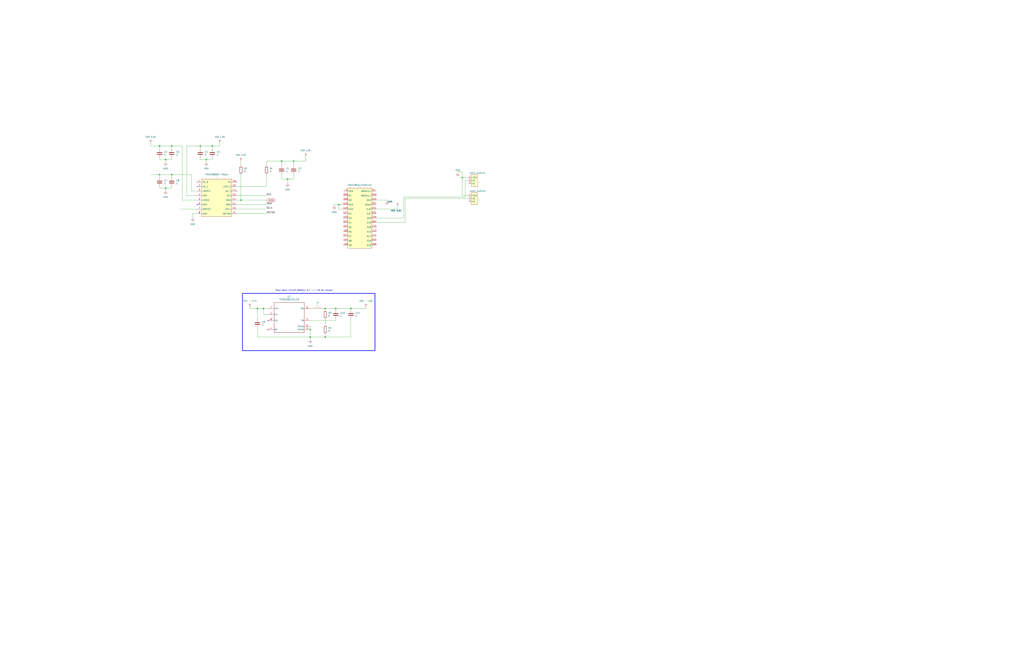
<source format=kicad_sch>
(kicad_sch (version 20231120) (generator "eeschema") (generator_version "8.0")
  (paper "D")
  (lib_symbols
    (symbol "Device:C" (pin_numbers hide) (pin_names (offset 0.254))
      (property "Reference" "C" (at 0.635 2.54 0))
      (property "Value" "C" (at 0.635 -2.54 0))
      (symbol "C_0_1"
        (polyline (pts (xy -2.032 -0.762) (xy 2.032 -0.762)) (stroke (width 0.508)))
        (polyline (pts (xy -2.032 0.762) (xy 2.032 0.762)) (stroke (width 0.508)))
      )
      (symbol "C_1_1"
        (pin passive line (at 0 3.81 270) (length 2.794) (name "~") (number "1"))
        (pin passive line (at 0 -3.81 90) (length 2.794) (name "~") (number "2"))
      )
    )
    (symbol "Device:L" (pin_numbers hide) (pin_names (offset 1.016) hide)
      (property "Reference" "L" (at -1.27 0 90))
      (property "Value" "L" (at 1.905 0 90))
      (symbol "L_0_1"
        (arc (start 0 -2.54) (mid 0.6323 -1.905) (end 0 -1.27))
        (arc (start 0 -1.27) (mid 0.6323 -0.635) (end 0 0))
        (arc (start 0 0) (mid 0.6323 0.635) (end 0 1.27))
        (arc (start 0 1.27) (mid 0.6323 1.905) (end 0 2.54))
      )
      (symbol "L_1_1"
        (pin passive line (at 0 3.81 270) (length 1.27) (name "1") (number "1"))
        (pin passive line (at 0 -3.81 90) (length 1.27) (name "2") (number "2"))
      )
    )
    (symbol "Device:R" (pin_numbers hide) (pin_names (offset 0))
      (property "Reference" "R" (at 2.032 0 90))
      (property "Value" "R" (at 0 0 90))
      (symbol "R_0_1"
        (rectangle (start -1.016 -2.54) (end 1.016 2.54) (stroke (width 0.254)))
      )
      (symbol "R_1_1"
        (pin passive line (at 0 3.81 270) (length 1.27) (name "~") (number "1"))
        (pin passive line (at 0 -3.81 90) (length 1.27) (name "~") (number "2"))
      )
    )
    (symbol "Kailh_Switch:Kailh_Switch"
      (property "Reference" "Kailh_Switch" (at 0 7.112 0))
      (symbol "Kailh_Switch_1_1"
        (rectangle (start -2.54 5.08) (end 2.54 -5.08) (fill (type background)))
        (pin input line (at -5.08 2.54 0) (length 2.54) (name "COM") (number "1"))
        (pin input line (at -5.08 0 0) (length 2.54) (name "NO") (number "2"))
        (pin input line (at -5.08 -2.54 0) (length 2.54) (name "NC") (number "3"))
      )
    )
    (symbol "TPS62821DLCR:TPS62821DLCR" (pin_names (offset 0.254))
      (property "Reference" "U" (at 0 2.54 0))
      (property "Value" "TPS62821DLCR" (at 0 0 0))
      (symbol "TPS62821DLCR_0_1"
        (polyline (pts (xy -12.7 -12.7) (xy 12.7 -12.7)) (stroke (width 0.2032)))
        (polyline (pts (xy -12.7 12.7) (xy -12.7 -12.7)) (stroke (width 0.2032)))
        (polyline (pts (xy 12.7 -12.7) (xy 12.7 12.7)) (stroke (width 0.2032)))
        (polyline (pts (xy 12.7 12.7) (xy -12.7 12.7)) (stroke (width 0.2032)))
        (pin input line (at -17.78 2.54 0) (length 5.08) (name "EN") (number "1"))
        (pin input line (at 17.78 -2.54 180) (length 5.08) (name "FB") (number "2"))
        (pin power_in line (at 17.78 -10.16 180) (length 5.08) (name "AGND") (number "3"))
        (pin unspecified line (at -17.78 -10.16 0) (length 5.08) (name "NC") (number "4"))
        (pin power_in line (at 17.78 -7.62 180) (length 5.08) (name "PGND") (number "5"))
        (pin power_in line (at 17.78 7.62 180) (length 5.08) (name "SW") (number "6"))
        (pin power_in line (at -17.78 7.62 0) (length 5.08) (name "VIN") (number "7"))
        (pin output line (at -17.78 -2.54 0) (length 5.08) (name "PG") (number "8"))
      )
    )
    (symbol "nrf52840_promicro:NRF52840_ProMicro"
      (property "Reference" "NRF52840_ProMicro" (at 0 26.924 0))
      (symbol "NRF52840_ProMicro_0_1"
        (rectangle (start -10.16 25.4) (end 10.16 -25.4) (fill (type background)))
      )
      (symbol "NRF52840_ProMicro_1_0"
        (pin input line (at 13.97 -3.81 180) (length 3.81) (name "D19") (number "002"))
        (pin input line (at -13.97 19.05 0) (length 3.81) (name "D1") (number "006"))
        (pin input line (at -13.97 15.24 0) (length 3.81) (name "D0") (number "008"))
        (pin input line (at 13.97 -22.86 180) (length 3.81) (name "D10") (number "009"))
        (pin input line (at 13.97 -19.05 180) (length 3.81) (name "D16") (number "010"))
        (pin input line (at -13.97 -15.24 0) (length 3.81) (name "D7") (number "011"))
        (pin input line (at -13.97 3.81 0) (length 3.81) (name "D2") (number "017"))
        (pin input line (at -13.97 0 0) (length 3.81) (name "D3") (number "020"))
        (pin input line (at -13.97 -3.81 0) (length 3.81) (name "D4") (number "022"))
        (pin input line (at -13.97 -7.62 0) (length 3.81) (name "D5") (number "024"))
        (pin input line (at 13.97 0 180) (length 3.81) (name "D20") (number "029"))
        (pin input line (at 13.97 3.81 180) (length 3.81) (name "D21") (number "031"))
        (pin input line (at -13.97 -11.43 0) (length 3.81) (name "D6") (number "100"))
        (pin input line (at -13.97 -19.05 0) (length 3.81) (name "D8") (number "104"))
        (pin input line (at -13.97 -22.86 0) (length 3.81) (name "D9") (number "106"))
        (pin input line (at 13.97 -15.24 180) (length 3.81) (name "D14") (number "111"))
        (pin input line (at 13.97 -11.43 180) (length 3.81) (name "D15") (number "113"))
        (pin input line (at 13.97 -7.62 180) (length 3.81) (name "D18") (number "115"))
        (pin power_in line (at -13.97 7.62 0) (length 3.81) (name "GND") (number "GND"))
        (pin power_in line (at -13.97 11.43 0) (length 3.81) (name "GND") (number "GND"))
        (pin power_in line (at 13.97 15.24 180) (length 3.81) (name "GND") (number "GND"))
        (pin power_in line (at 13.97 19.05 180) (length 3.81) (name "Battery+") (number "RAW"))
        (pin input line (at 13.97 11.43 180) (length 3.81) (name "Reset") (number "RST"))
        (pin power_in line (at 13.97 7.62 180) (length 3.81) (name "3.3V") (number "VCC"))
      )
      (symbol "NRF52840_ProMicro_1_1"
        (pin power_in line (at -13.97 22.86 0) (length 3.81) (name "GND") (number "-B"))
        (pin power_in line (at 13.97 22.86 180) (length 3.81) (name "Battery+") (number "B+"))
      )
    )
    (symbol "pmw3389dm-t3qu:PMW3389DM-T3QU"
      (property "Reference" "PMW3389DM-T3QU" (at 0 -19.304 0))
      (symbol "PMW3389DM-T3QU_0_1"
        (rectangle (start -12.7 15.24) (end 12.7 -16.51) (fill (type background)))
      )
      (symbol "PMW3389DM-T3QU_1_1"
        (pin no_connect line (at -16.51 12.7 0) (length 3.81) (name "NC_0") (number "1"))
        (pin input line (at 16.51 -10.16 180) (length 3.81) (name "SCLK") (number "10"))
        (pin input line (at 16.51 -6.35 180) (length 3.81) (name "MOSI") (number "11"))
        (pin output line (at 16.51 -2.54 180) (length 3.81) (name "MISO") (number "12"))
        (pin input line (at 16.51 1.27 180) (length 3.81) (name "NCS") (number "13"))
        (pin no_connect line (at 16.51 5.08 180) (length 3.81) (name "NC_3") (number "14"))
        (pin input line (at 16.51 8.89 180) (length 3.81) (name "LED1_P") (number "15"))
        (pin no_connect line (at 16.51 12.7 180) (length 3.81) (name "NC") (number "16"))
        (pin no_connect line (at -16.51 8.89 0) (length 3.81) (name "NC_1") (number "2"))
        (pin power_in line (at -16.51 5.08 0) (length 3.81) (name "VDDPIX") (number "3"))
        (pin power_in line (at -16.51 1.27 0) (length 3.81) (name "VDD") (number "4"))
        (pin power_in line (at -16.51 -2.54 0) (length 3.81) (name "VDDIO") (number "5"))
        (pin output line (at -16.51 -6.35 0) (length 3.81) (name "GPO") (number "6"))
        (pin input line (at -16.51 -10.16 0) (length 3.81) (name "NRESET") (number "7"))
        (pin power_out line (at -16.51 -13.97 0) (length 3.81) (name "GND") (number "8"))
        (pin output line (at 16.51 -13.97 180) (length 3.81) (name "MOTION") (number "9"))
      )
    )
    (symbol "power:GND" (power) (pin_numbers hide) (pin_names (offset 0) hide)
      (property "Value" "GND" (at 0 -3.81 0))
      (symbol "GND_0_1"
        (polyline (pts (xy 0 0) (xy 0 -1.27) (xy 1.27 -1.27) (xy 0 -2.54) (xy -1.27 -1.27) (xy 0 -1.27)))
      )
      (symbol "GND_1_1"
        (pin power_in line (at 0 0 270) (length 0) (name "~") (number "1"))
      )
    )
    (symbol "power:VCC" (power) (pin_numbers hide) (pin_names (offset 0) hide)
      (property "Value" "VCC" (at 0 3.556 0))
      (symbol "VCC_0_1"
        (polyline (pts (xy -0.762 1.27) (xy 0 2.54)))
        (polyline (pts (xy 0 0) (xy 0 2.54)))
        (polyline (pts (xy 0 2.54) (xy 0.762 1.27)))
      )
      (symbol "VCC_1_1"
        (pin power_in line (at 0 0 90) (length 0) (name "~") (number "1"))
      )
    )
    (symbol "power:VDD" (power) (pin_numbers hide) (pin_names (offset 0) hide)
      (property "Value" "VDD" (at 0 3.556 0))
      (symbol "VDD_0_1"
        (polyline (pts (xy -0.762 1.27) (xy 0 2.54)))
        (polyline (pts (xy 0 0) (xy 0 2.54)))
        (polyline (pts (xy 0 2.54) (xy 0.762 1.27)))
      )
      (symbol "VDD_1_1"
        (pin power_in line (at 0 0 90) (length 0) (name "~") (number "1"))
      )
    )
  )
  (junction (at 261.62 284.48))
  (junction (at 274.32 284.48))
  (junction (at 242.57 151.13))
  (junction (at 134.62 147.32))
  (junction (at 144.78 147.32))
  (junction (at 261.62 278.13))
  (junction (at 168.91 123.19))
  (junction (at 295.91 260.35))
  (junction (at 134.62 123.19))
  (junction (at 237.49 135.89))
  (junction (at 173.99 134.62))
  (junction (at 139.7 134.62))
  (junction (at 217.17 260.35))
  (junction (at 283.21 260.35))
  (junction (at 285.75 172.72))
  (junction (at 247.65 135.89))
  (junction (at 274.32 260.35))
  (junction (at 179.07 123.19))
  (junction (at 222.25 260.35))
  (junction (at 139.7 158.75))
  (junction (at 203.2 168.91))
  (junction (at 389.89 149.86))
  (junction (at 144.78 123.19))
  (no_connect (at 226.06 278.13))
  (no_connect (at 226.06 270.51))
  (no_connect (at 166.37 172.72))
  (wire (pts (xy 335.28 173.99) (xy 335.28 176.53)))
  (wire (pts (xy 247.65 147.32) (xy 247.65 151.13)))
  (wire (pts (xy 203.2 135.89) (xy 203.2 139.7)))
  (wire (pts (xy 134.62 133.35) (xy 134.62 134.62)))
  (wire (pts (xy 179.07 123.19) (xy 185.42 123.19)))
  (wire (pts (xy 144.78 123.19) (xy 153.67 123.19)))
  (wire (pts (xy 308.61 260.35) (xy 295.91 260.35)))
  (wire (pts (xy 237.49 151.13) (xy 242.57 151.13)))
  (wire (pts (xy 274.32 281.94) (xy 274.32 284.48)))
  (wire (pts (xy 274.32 260.35) (xy 274.32 261.62)))
  (wire (pts (xy 341.63 167.64) (xy 341.63 187.96)))
  (wire (pts (xy 289.56 172.72) (xy 285.75 172.72)))
  (wire (pts (xy 237.49 135.89) (xy 237.49 139.7)))
  (wire (pts (xy 203.2 168.91) (xy 224.79 168.91)))
  (wire (pts (xy 199.39 157.48) (xy 224.79 157.48)))
  (wire (pts (xy 217.17 260.35) (xy 210.82 260.35)))
  (wire (pts (xy 242.57 151.13) (xy 247.65 151.13)))
  (wire (pts (xy 217.17 276.86) (xy 217.17 284.48)))
  (wire (pts (xy 127 120.65) (xy 127 123.19)))
  (wire (pts (xy 166.37 165.1) (xy 157.48 165.1)))
  (wire (pts (xy 199.39 168.91) (xy 203.2 168.91)))
  (wire (pts (xy 162.56 180.34) (xy 162.56 184.15)))
  (wire (pts (xy 283.21 260.35) (xy 283.21 261.62)))
  (wire (pts (xy 247.65 135.89) (xy 257.81 135.89)))
  (wire (pts (xy 224.79 139.7) (xy 224.79 135.89)))
  (wire (pts (xy 274.32 269.24) (xy 274.32 274.32)))
  (wire (pts (xy 173.99 134.62) (xy 173.99 137.16)))
  (wire (pts (xy 295.91 284.48) (xy 274.32 284.48)))
  (wire (pts (xy 222.25 265.43) (xy 226.06 265.43)))
  (wire (pts (xy 237.49 135.89) (xy 247.65 135.89)))
  (wire (pts (xy 386.08 144.78) (xy 389.89 144.78)))
  (wire (pts (xy 144.78 147.32) (xy 144.78 149.86)))
  (wire (pts (xy 394.97 167.64) (xy 341.63 167.64)))
  (wire (pts (xy 144.78 123.19) (xy 144.78 125.73)))
  (wire (pts (xy 134.62 147.32) (xy 144.78 147.32)))
  (wire (pts (xy 237.49 147.32) (xy 237.49 151.13)))
  (wire (pts (xy 261.62 270.51) (xy 283.21 270.51)))
  (wire (pts (xy 341.63 187.96) (xy 317.5 187.96)))
  (wire (pts (xy 285.75 172.72) (xy 285.75 176.53)))
  (wire (pts (xy 173.99 134.62) (xy 179.07 134.62)))
  (wire (pts (xy 139.7 158.75) (xy 144.78 158.75)))
  (wire (pts (xy 168.91 133.35) (xy 168.91 134.62)))
  (wire (pts (xy 179.07 123.19) (xy 179.07 125.73)))
  (wire (pts (xy 389.89 165.1) (xy 394.97 165.1)))
  (wire (pts (xy 127 147.32) (xy 134.62 147.32)))
  (wire (pts (xy 217.17 284.48) (xy 261.62 284.48)))
  (wire (pts (xy 224.79 135.89) (xy 237.49 135.89)))
  (wire (pts (xy 210.82 259.08) (xy 210.82 260.35)))
  (wire (pts (xy 157.48 123.19) (xy 157.48 165.1)))
  (wire (pts (xy 185.42 120.65) (xy 185.42 123.19)))
  (wire (pts (xy 261.62 278.13) (xy 261.62 284.48)))
  (wire (pts (xy 168.91 123.19) (xy 168.91 125.73)))
  (wire (pts (xy 203.2 147.32) (xy 203.2 168.91)))
  (wire (pts (xy 226.06 260.35) (xy 222.25 260.35)))
  (wire (pts (xy 144.78 134.62) (xy 144.78 133.35)))
  (wire (pts (xy 295.91 269.24) (xy 295.91 284.48)))
  (wire (pts (xy 153.67 123.19) (xy 153.67 168.91)))
  (wire (pts (xy 271.78 260.35) (xy 274.32 260.35)))
  (wire (pts (xy 392.43 166.37) (xy 392.43 152.4)))
  (wire (pts (xy 261.62 260.35) (xy 264.16 260.35)))
  (wire (pts (xy 199.39 180.34) (xy 224.79 180.34)))
  (wire (pts (xy 134.62 157.48) (xy 134.62 158.75)))
  (wire (pts (xy 283.21 269.24) (xy 283.21 270.51)))
  (wire (pts (xy 389.89 149.86) (xy 389.89 165.1)))
  (wire (pts (xy 389.89 149.86) (xy 394.97 149.86)))
  (wire (pts (xy 340.36 184.15) (xy 317.5 184.15)))
  (wire (pts (xy 139.7 134.62) (xy 139.7 137.16)))
  (wire (pts (xy 285.75 176.53) (xy 289.56 176.53)))
  (wire (pts (xy 283.21 260.35) (xy 295.91 260.35)))
  (wire (pts (xy 161.29 161.29) (xy 166.37 161.29)))
  (wire (pts (xy 257.81 132.08) (xy 257.81 135.89)))
  (wire (pts (xy 168.91 123.19) (xy 179.07 123.19)))
  (wire (pts (xy 134.62 158.75) (xy 139.7 158.75)))
  (wire (pts (xy 274.32 284.48) (xy 261.62 284.48)))
  (wire (pts (xy 247.65 135.89) (xy 247.65 139.7)))
  (wire (pts (xy 261.62 275.59) (xy 261.62 278.13)))
  (wire (pts (xy 261.62 284.48) (xy 261.62 287.02)))
  (wire (pts (xy 222.25 260.35) (xy 217.17 260.35)))
  (wire (pts (xy 139.7 158.75) (xy 139.7 161.29)))
  (wire (pts (xy 144.78 158.75) (xy 144.78 157.48)))
  (wire (pts (xy 199.39 176.53) (xy 224.79 176.53)))
  (wire (pts (xy 134.62 123.19) (xy 144.78 123.19)))
  (wire (pts (xy 224.79 147.32) (xy 224.79 157.48)))
  (wire (pts (xy 199.39 165.1) (xy 224.79 165.1)))
  (wire (pts (xy 199.39 172.72) (xy 224.79 172.72)))
  (wire (pts (xy 134.62 134.62) (xy 139.7 134.62)))
  (wire (pts (xy 295.91 260.35) (xy 295.91 261.62)))
  (wire (pts (xy 127 123.19) (xy 134.62 123.19)))
  (wire (pts (xy 179.07 134.62) (xy 179.07 133.35)))
  (wire (pts (xy 139.7 134.62) (xy 144.78 134.62)))
  (wire (pts (xy 152.4 176.53) (xy 166.37 176.53)))
  (wire (pts (xy 157.48 123.19) (xy 168.91 123.19)))
  (wire (pts (xy 134.62 147.32) (xy 134.62 149.86)))
  (wire (pts (xy 242.57 151.13) (xy 242.57 154.94)))
  (wire (pts (xy 317.5 176.53) (xy 335.28 176.53)))
  (wire (pts (xy 281.94 172.72) (xy 281.94 173.99)))
  (wire (pts (xy 389.89 144.78) (xy 389.89 149.86)))
  (wire (pts (xy 340.36 166.37) (xy 340.36 184.15)))
  (wire (pts (xy 222.25 260.35) (xy 222.25 265.43)))
  (wire (pts (xy 153.67 168.91) (xy 166.37 168.91)))
  (wire (pts (xy 326.39 168.91) (xy 326.39 170.18)))
  (wire (pts (xy 134.62 123.19) (xy 134.62 125.73)))
  (wire (pts (xy 308.61 259.08) (xy 308.61 260.35)))
  (wire (pts (xy 392.43 152.4) (xy 394.97 152.4)))
  (wire (pts (xy 386.08 144.78) (xy 386.08 146.05)))
  (wire (pts (xy 285.75 172.72) (xy 281.94 172.72)))
  (wire (pts (xy 166.37 180.34) (xy 162.56 180.34)))
  (wire (pts (xy 317.5 168.91) (xy 326.39 168.91)))
  (wire (pts (xy 392.43 166.37) (xy 340.36 166.37)))
  (wire (pts (xy 168.91 134.62) (xy 173.99 134.62)))
  (wire (pts (xy 161.29 147.32) (xy 161.29 161.29)))
  (wire (pts (xy 274.32 260.35) (xy 283.21 260.35)))
  (wire (pts (xy 217.17 260.35) (xy 217.17 269.24)))
  (wire (pts (xy 144.78 147.32) (xy 161.29 147.32)))
  (rectangle (start 204.47 247.65) (end 316.23 295.91) (stroke (width 0.508) (color 0 0 255 1)))
  (text "Step down circuit: Battery 3.7 -> 1.9 for sensor" (at 256.54 245.11 0) (effects (font (size 1.27 1.27))))
  (label "MOTION" (at 224.79 180.34 0))
  (label "SCLK" (at 224.79 176.53 0))
  (label "MOSI" (at 224.79 172.72 0))
  (label "NCS" (at 224.79 165.1 0))
  (global_label "MISO" (shape input) (at 224.79 168.91 0) (property "Intersheetrefs" "${INTERSHEET_REFS}" (effects (hide yes))))
  (symbol (lib_id "power:VDD") (at 257.81 132.08 0) (unit 1)
    (property "Reference" "#PWR03" (effects (hide yes)))
    (property "Value" "VDD 1.9V" (at 257.81 127 0))
    (property "Description" "Power symbol creates a global label with name \"VDD\"" (effects (hide yes)))
  )
  (symbol (lib_id "power:VDD") (at 185.42 120.65 0) (unit 1)
    (property "Reference" "#PWR05" (effects (hide yes)))
    (property "Value" "VDD 1.9V" (at 185.42 115.57 0))
    (property "Description" "Power symbol creates a global label with name \"VDD\"" (effects (hide yes)))
  )
  (symbol (lib_id "power:GND") (at 281.94 173.99 0) (unit 1)
    (property "Reference" "#PWR010" (effects (hide yes)))
    (property "Value" "GND" (at 281.94 179.07 0))
    (property "Description" "Power symbol creates a global label with name \"GND\" , ground" (effects (hide yes)))
  )
  (symbol (lib_id "Device:C") (at 283.21 265.43 0) (unit 1)
    (property "Reference" "C10" (at 287.02 264.1599 0) (effects (justify left)))
    (property "Value" "C" (at 287.02 266.6999 0) (effects (justify left)))
    (property "Description" "Unpolarized capacitor" (effects (hide yes)))
  )
  (symbol (lib_id "power:VDD") (at 203.2 135.89 0) (unit 1)
    (property "Reference" "#PWR04" (effects (hide yes)))
    (property "Value" "VDD 3.3V" (at 203.2 130.81 0))
    (property "Description" "Power symbol creates a global label with name \"VDD\"" (effects (hide yes)))
  )
  (symbol (lib_id "Device:C") (at 247.65 143.51 0) (unit 1)
    (property "Reference" "C2" (at 251.46 142.2399 0) (effects (justify left)))
    (property "Value" "C" (at 251.46 144.7799 0) (effects (justify left)))
    (property "Description" "Unpolarized capacitor" (effects (hide yes)))
  )
  (symbol (lib_id "nrf52840_promicro:NRF52840_ProMicro") (at 303.53 184.15 0) (unit 1)
    (property "Reference" "NRF52840_ProMicro1" (at 303.53 156.21 0))
    (property "Value" "~" (at 303.53 157.48 0))
    (property "Footprint" "NRF52840_ProMicro" (effects (hide yes)))
  )
  (symbol (lib_id "Device:C") (at 179.07 129.54 0) (unit 1)
    (property "Reference" "C3" (at 182.88 128.2699 0) (effects (justify left)))
    (property "Value" "C" (at 182.88 130.8099 0) (effects (justify left)))
    (property "Description" "Unpolarized capacitor" (effects (hide yes)))
  )
  (symbol (lib_id "Device:C") (at 237.49 143.51 0) (unit 1)
    (property "Reference" "C1" (at 241.3 142.2399 0) (effects (justify left)))
    (property "Value" "C" (at 241.3 144.7799 0) (effects (justify left)))
    (property "Description" "Unpolarized capacitor" (effects (hide yes)))
  )
  (symbol (lib_id "power:GND") (at 173.99 137.16 0) (unit 1)
    (property "Reference" "#PWR07" (effects (hide yes)))
    (property "Value" "GND" (at 173.99 142.24 0))
    (property "Description" "Power symbol creates a global label with name \"GND\" , ground" (effects (hide yes)))
  )
  (symbol (lib_id "power:VDD") (at 127 120.65 0) (unit 1)
    (property "Reference" "#PWR06" (effects (hide yes)))
    (property "Value" "VDD 3.3V" (at 127 115.57 0))
    (property "Description" "Power symbol creates a global label with name \"VDD\"" (effects (hide yes)))
  )
  (symbol (lib_id "Device:C") (at 144.78 153.67 0) (unit 1)
    (property "Reference" "C8" (at 148.59 152.3999 0) (effects (justify left)))
    (property "Value" "C" (at 148.59 154.9399 0) (effects (justify left)))
    (property "Description" "Unpolarized capacitor" (effects (hide yes)))
  )
  (symbol (lib_id "Device:R") (at 274.32 278.13 0) (unit 1)
    (property "Reference" "R4" (at 276.86 276.8599 0) (effects (justify left)))
    (property "Value" "R" (at 276.86 279.3999 0) (effects (justify left)))
    (property "Description" "Resistor" (effects (hide yes)))
  )
  (symbol (lib_id "power:GND") (at 139.7 161.29 0) (unit 1)
    (property "Reference" "#PWR09" (effects (hide yes)))
    (property "Value" "GND" (at 139.7 166.37 0))
    (property "Description" "Power symbol creates a global label with name \"GND\" , ground" (effects (hide yes)))
  )
  (symbol (lib_id "Device:R") (at 224.79 143.51 0) (unit 1)
    (property "Reference" "R1" (at 227.33 142.2399 0) (effects (justify left)))
    (property "Value" "R" (at 227.33 144.7799 0) (effects (justify left)))
    (property "Description" "Resistor" (effects (hide yes)))
  )
  (symbol (lib_id "power:GND") (at 162.56 184.15 0) (unit 1)
    (property "Reference" "#PWR02" (effects (hide yes)))
    (property "Value" "GND" (at 162.56 189.23 0))
    (property "Description" "Power symbol creates a global label with name \"GND\" , ground" (effects (hide yes)))
  )
  (symbol (lib_id "Kailh_Switch:Kailh_Switch") (at 400.05 167.64 0) (unit 1)
    (property "Reference" "Kailh_Switch2" (at 396.24 161.29 0) (effects (justify left)))
    (property "Value" "~" (at 403.86 168.91 0) (effects (justify left)))
    (property "Footprint" "Kailh_Switch:Kailh_Switch" (effects (hide yes)))
  )
  (symbol (lib_id "TPS62821DLCR:TPS62821DLCR") (at 243.84 267.97 0) (unit 1)
    (property "Reference" "U1" (at 243.84 250.19 0) (effects (font (size 1.524 1.524))))
    (property "Value" "TPS62821DLCR" (at 243.84 252.73 0) (effects (font (size 1.524 1.524))))
    (property "Footprint" "DLC0008A" (effects (hide yes)))
    (property "Datasheet" "TPS62821DLCR" (effects (hide yes)))
  )
  (symbol (lib_id "Device:C") (at 134.62 129.54 0) (unit 1)
    (property "Reference" "C5" (at 138.43 128.2699 0) (effects (justify left)))
    (property "Value" "C" (at 138.43 130.8099 0) (effects (justify left)))
    (property "Description" "Unpolarized capacitor" (effects (hide yes)))
  )
  (symbol (lib_id "Device:C") (at 217.17 273.05 0) (unit 1)
    (property "Reference" "C9" (at 220.98 271.7799 0) (effects (justify left)))
    (property "Value" "C" (at 220.98 274.3199 0) (effects (justify left)))
    (property "Description" "Unpolarized capacitor" (effects (hide yes)))
  )
  (symbol (lib_id "power:GND") (at 139.7 137.16 0) (unit 1)
    (property "Reference" "#PWR08" (effects (hide yes)))
    (property "Value" "GND" (at 139.7 142.24 0))
    (property "Description" "Power symbol creates a global label with name \"GND\" , ground" (effects (hide yes)))
  )
  (symbol (lib_id "Device:R") (at 274.32 265.43 0) (unit 1)
    (property "Reference" "R3" (at 276.86 264.1599 0) (effects (justify left)))
    (property "Value" "R" (at 276.86 266.6999 0) (effects (justify left)))
    (property "Description" "Resistor" (effects (hide yes)))
  )
  (symbol (lib_id "Kailh_Switch:Kailh_Switch") (at 400.05 152.4 0) (unit 1)
    (property "Reference" "Kailh_Switch1" (at 396.24 146.05 0) (effects (justify left)))
    (property "Value" "~" (at 403.86 153.67 0) (effects (justify left)))
    (property "Footprint" "Kailh_Switch:Kailh_Switch" (effects (hide yes)))
  )
  (symbol (lib_id "Device:C") (at 168.91 129.54 0) (unit 1)
    (property "Reference" "C4" (at 172.72 128.2699 0) (effects (justify left)))
    (property "Value" "C" (at 172.72 130.8099 0) (effects (justify left)))
    (property "Description" "Unpolarized capacitor" (effects (hide yes)))
  )
  (symbol (lib_id "power:GND") (at 386.08 146.05 0) (unit 1)
    (property "Reference" "#PWR012" (effects (hide yes)))
    (property "Value" "GND" (at 386.08 143.51 0))
    (property "Description" "Power symbol creates a global label with name \"GND\" , ground" (effects (hide yes)))
  )
  (symbol (lib_id "power:VDD") (at 335.28 173.99 0) (unit 1)
    (property "Reference" "#PWR013" (effects (hide yes)))
    (property "Value" "VDD 3.3V" (at 334.01 177.8 0))
    (property "Description" "Power symbol creates a global label with name \"VDD\"" (effects (hide yes)))
  )
  (symbol (lib_id "power:GND") (at 326.39 170.18 0) (unit 1)
    (property "Reference" "#PWR011" (effects (hide yes)))
    (property "Value" "GND" (at 328.93 170.18 0))
    (property "Description" "Power symbol creates a global label with name \"GND\" , ground" (effects (hide yes)))
  )
  (symbol (lib_id "Device:R") (at 203.2 143.51 0) (unit 1)
    (property "Reference" "R2" (at 205.74 142.2399 0) (effects (justify left)))
    (property "Value" "R" (at 205.74 144.7799 0) (effects (justify left)))
    (property "Description" "Resistor" (effects (hide yes)))
  )
  (symbol (lib_id "Device:C") (at 295.91 265.43 0) (unit 1)
    (property "Reference" "C11" (at 299.72 264.1599 0) (effects (justify left)))
    (property "Value" "C" (at 299.72 266.6999 0) (effects (justify left)))
    (property "Description" "Unpolarized capacitor" (effects (hide yes)))
  )
  (symbol (lib_id "power:VCC") (at 308.61 259.08 0) (unit 1)
    (property "Reference" "#PWR016" (effects (hide yes)))
    (property "Value" "VDD - 1.9V" (at 308.61 254 0))
    (property "Description" "Power symbol creates a global label with name \"VCC\"" (effects (hide yes)))
  )
  (symbol (lib_id "pmw3389dm-t3qu:PMW3389DM-T3QU") (at 182.88 166.37 0) (unit 1)
    (property "Reference" "PMW3389DM-T3QU1" (at 182.88 147.32 0))
    (property "Value" "~" (at 182.88 149.86 0))
    (property "Footprint" "pmw3389dm-t3qu:pmw3389dm-t3qu" (effects (hide yes)))
  )
  (symbol (lib_id "Device:C") (at 134.62 153.67 0) (unit 1)
    (property "Reference" "C7" (at 138.43 152.3999 0) (effects (justify left)))
    (property "Value" "C" (at 138.43 154.9399 0) (effects (justify left)))
    (property "Description" "Unpolarized capacitor" (effects (hide yes)))
  )
  (symbol (lib_id "power:GND") (at 242.57 154.94 0) (unit 1)
    (property "Reference" "#PWR01" (effects (hide yes)))
    (property "Value" "GND" (at 242.57 160.02 0))
    (property "Description" "Power symbol creates a global label with name \"GND\" , ground" (effects (hide yes)))
  )
  (symbol (lib_id "Device:C") (at 144.78 129.54 0) (unit 1)
    (property "Reference" "C6" (at 148.59 128.2699 0) (effects (justify left)))
    (property "Value" "C" (at 148.59 130.8099 0) (effects (justify left)))
    (property "Description" "Unpolarized capacitor" (effects (hide yes)))
  )
  (symbol (lib_id "Device:L") (at 267.97 260.35 90) (unit 1)
    (property "Reference" "L1" (at 267.97 255.27 90))
    (property "Value" "L" (at 267.97 257.81 90))
    (property "Description" "Inductor" (effects (hide yes)))
  )
  (symbol (lib_id "power:GND") (at 261.62 287.02 0) (unit 1)
    (property "Reference" "#PWR014" (effects (hide yes)))
    (property "Value" "GND" (at 261.62 292.1 0))
    (property "Description" "Power symbol creates a global label with name \"GND\" , ground" (effects (hide yes)))
  )
  (symbol (lib_id "power:VCC") (at 210.82 259.08 0) (unit 1)
    (property "Reference" "#PWR015" (effects (hide yes)))
    (property "Value" "VCC - 3.7V" (at 210.82 254 0))
    (property "Description" "Power symbol creates a global label with name \"VCC\"" (effects (hide yes)))
  )
)
</source>
